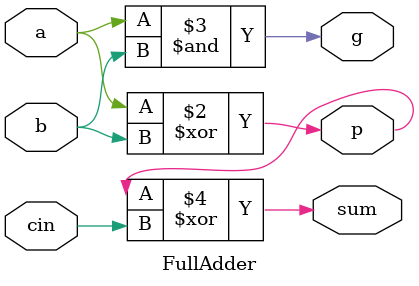
<source format=v>
`timescale 1ns / 1ps

module FullAdder(
    input a, b, cin,
    output reg g, p, sum
);

    
    always @(*) begin
        p = a ^ b;
        g = a & b;
        sum = p ^ cin;
    end

endmodule

</source>
